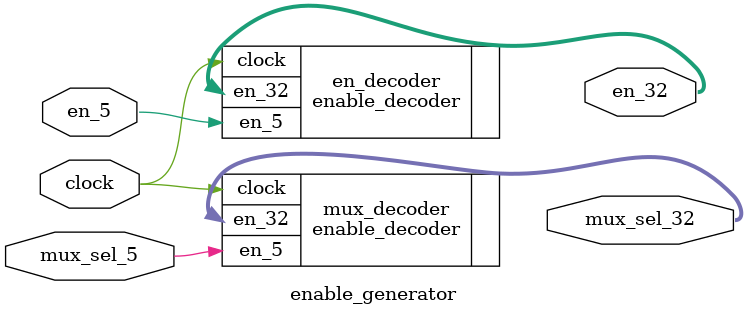
<source format=sv>
`timescale 1ns / 1ps


module enable_generator #(parameter Word_size = 8, Max_Quantization = 32,  Desired_Quantization=1)(
    input clock,
    input en_5,
    output [Word_size-1:0] en_32,
    input mux_sel_5,
    output [Word_size-1:0] mux_sel_32
    );
    
    (*keep_hierarchy="yes"*) enable_decoder en_decoder(
    .clock(clock),
    .en_5(en_5),
    .en_32(en_32)
    );
    
    (*keep_hierarchy="yes"*) enable_decoder mux_decoder(
    .clock(clock),
    .en_5(mux_sel_5),
    .en_32(mux_sel_32)
    );
    
endmodule

</source>
